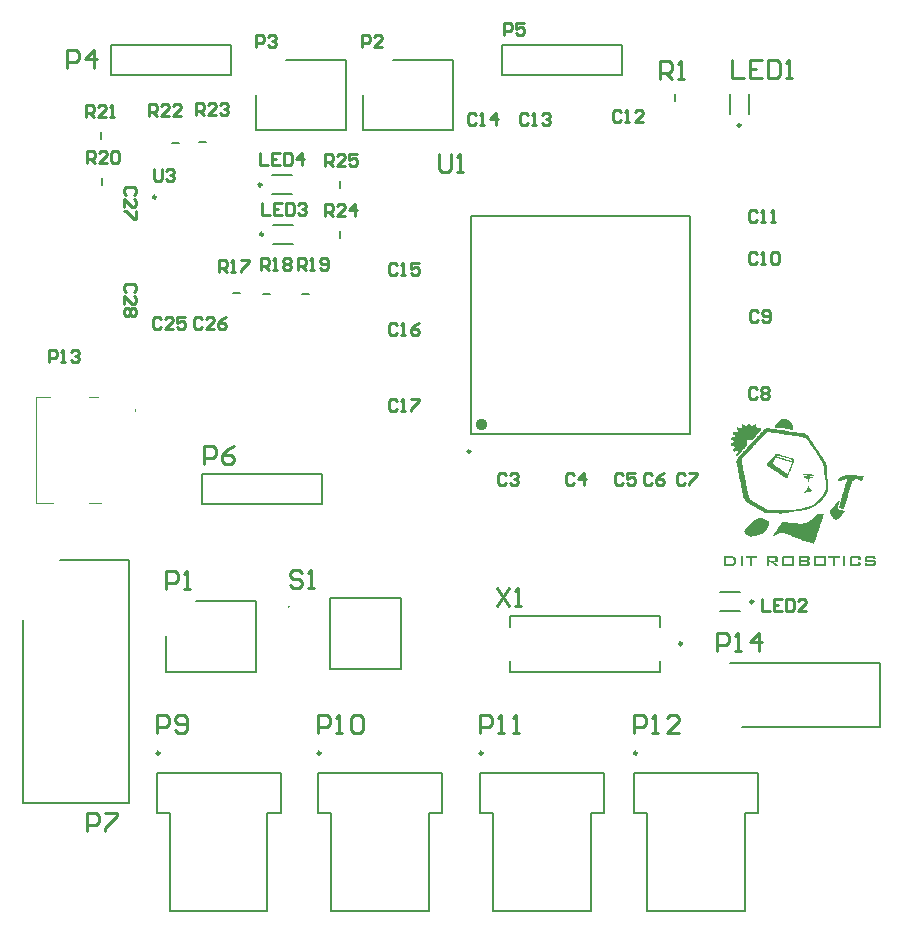
<source format=gto>
G04*
G04 #@! TF.GenerationSoftware,Altium Limited,Altium Designer,22.9.1 (49)*
G04*
G04 Layer_Color=65535*
%FSLAX24Y24*%
%MOIN*%
G70*
G04*
G04 #@! TF.SameCoordinates,54DEFAFE-76A2-4419-BEBC-3D5CD7468304*
G04*
G04*
G04 #@! TF.FilePolarity,Positive*
G04*
G01*
G75*
%ADD10C,0.0079*%
%ADD11C,0.0098*%
%ADD12C,0.0197*%
%ADD13C,0.0039*%
%ADD14C,0.0100*%
G36*
X26542Y16877D02*
X26591D01*
Y16865D01*
X26628D01*
Y16852D01*
X26652D01*
Y16840D01*
X26677D01*
Y16828D01*
X26689D01*
Y16815D01*
X26701D01*
Y16803D01*
X26714D01*
Y16791D01*
X26726D01*
Y16779D01*
X26738D01*
Y16766D01*
X26750D01*
Y16742D01*
X26763D01*
Y16717D01*
X26775D01*
Y16680D01*
X26787D01*
Y16521D01*
X26750D01*
Y16533D01*
X26701D01*
Y16545D01*
X26652D01*
Y16558D01*
X26591D01*
Y16570D01*
X26542D01*
Y16582D01*
X26493D01*
Y16595D01*
X26260D01*
Y16607D01*
X26186D01*
Y16656D01*
X26198D01*
Y16668D01*
X26210D01*
Y16680D01*
X26223D01*
Y16693D01*
X26235D01*
Y16717D01*
X26247D01*
Y16730D01*
X26260D01*
Y16742D01*
X26272D01*
Y16754D01*
Y16766D01*
X26284D01*
Y16779D01*
X26296D01*
Y16791D01*
X26309D01*
Y16803D01*
X26321D01*
Y16815D01*
X26333D01*
Y16828D01*
X26345D01*
Y16840D01*
X26358D01*
Y16852D01*
X26382D01*
Y16865D01*
X26407D01*
Y16877D01*
X26444D01*
Y16889D01*
X26456D01*
Y16877D01*
X26468D01*
Y16889D01*
X26517D01*
Y16877D01*
X26530D01*
Y16889D01*
X26542D01*
Y16877D01*
D02*
G37*
G36*
X25339Y16742D02*
X25364D01*
Y16730D01*
X25376D01*
Y16705D01*
X25388D01*
Y16693D01*
X25400D01*
Y16668D01*
X25413D01*
Y16656D01*
X25425D01*
Y16644D01*
X25437D01*
Y16656D01*
X25450D01*
Y16668D01*
X25474D01*
Y16680D01*
X25486D01*
Y16693D01*
X25499D01*
Y16705D01*
X25523D01*
Y16717D01*
X25535D01*
Y16730D01*
X25560D01*
Y16656D01*
X25572D01*
Y16631D01*
X25585D01*
Y16619D01*
X25609D01*
Y16607D01*
X25720D01*
Y16619D01*
X25744D01*
Y16582D01*
X25732D01*
Y16521D01*
X25720D01*
Y16496D01*
X25707D01*
Y16484D01*
X25695D01*
Y16472D01*
X25683D01*
Y16460D01*
X25670D01*
Y16447D01*
X25658D01*
Y16435D01*
X25646D01*
Y16410D01*
X25634D01*
Y16398D01*
X25621D01*
Y16386D01*
X25609D01*
Y16374D01*
X25597D01*
Y16361D01*
X25585D01*
Y16349D01*
X25572D01*
Y16337D01*
X25560D01*
Y16325D01*
X25548D01*
Y16300D01*
X25535D01*
Y16288D01*
X25523D01*
Y16275D01*
X25511D01*
Y16263D01*
X25499D01*
Y16251D01*
X25486D01*
Y16239D01*
X25474D01*
Y16226D01*
X25462D01*
Y16214D01*
X25450D01*
Y16202D01*
X25315D01*
Y16190D01*
X25290D01*
Y16177D01*
X25278D01*
Y16018D01*
X25265D01*
Y16005D01*
X25253D01*
Y15993D01*
X25241D01*
Y15981D01*
X25229D01*
Y15956D01*
X25216D01*
Y15944D01*
X25204D01*
Y15932D01*
X25192D01*
Y15920D01*
X25180D01*
Y15907D01*
X25167D01*
Y15895D01*
X25155D01*
Y15883D01*
X25143D01*
Y15870D01*
X25130D01*
Y15858D01*
X25118D01*
Y15846D01*
X25106D01*
Y15834D01*
X25094D01*
Y15821D01*
X25081D01*
Y15797D01*
X25069D01*
Y15785D01*
X25057D01*
Y15772D01*
X25045D01*
Y15760D01*
X25032D01*
Y15748D01*
X25020D01*
Y15735D01*
X25008D01*
Y15723D01*
X24995D01*
Y15711D01*
X24983D01*
Y15699D01*
X24971D01*
Y15686D01*
X24959D01*
Y15674D01*
X24946D01*
Y15662D01*
X24934D01*
Y15637D01*
X24922D01*
Y15662D01*
X24910D01*
Y15711D01*
X24922D01*
Y15735D01*
X24934D01*
Y15760D01*
X24946D01*
Y15809D01*
X24934D01*
Y15821D01*
X24885D01*
Y15809D01*
X24848D01*
Y15797D01*
X24824D01*
Y15809D01*
X24799D01*
Y15821D01*
X24787D01*
Y15870D01*
X24799D01*
Y15895D01*
X24811D01*
Y15907D01*
X24824D01*
Y15920D01*
X24836D01*
Y15932D01*
X24848D01*
Y15944D01*
X24860D01*
Y15969D01*
X24824D01*
Y15981D01*
X24787D01*
Y15993D01*
X24762D01*
Y16005D01*
X24738D01*
Y16018D01*
X24713D01*
Y16042D01*
X24725D01*
Y16055D01*
X24738D01*
Y16079D01*
X24762D01*
Y16091D01*
X24775D01*
Y16104D01*
X24799D01*
Y16116D01*
X24811D01*
Y16128D01*
X24824D01*
Y16153D01*
X24811D01*
Y16165D01*
X24787D01*
Y16177D01*
X24775D01*
Y16190D01*
X24750D01*
Y16202D01*
X24738D01*
Y16214D01*
X24725D01*
Y16239D01*
X24713D01*
Y16263D01*
X24738D01*
Y16275D01*
X24750D01*
Y16288D01*
X24824D01*
Y16300D01*
X24848D01*
Y16349D01*
X24836D01*
Y16361D01*
X24824D01*
Y16374D01*
X24811D01*
Y16398D01*
X24799D01*
Y16435D01*
X24787D01*
Y16460D01*
X24836D01*
Y16472D01*
X24873D01*
Y16460D01*
X24934D01*
Y16472D01*
X24946D01*
Y16521D01*
X24934D01*
Y16545D01*
X24922D01*
Y16619D01*
X24959D01*
Y16607D01*
X25020D01*
Y16595D01*
X25045D01*
Y16582D01*
X25057D01*
Y16570D01*
X25069D01*
Y16595D01*
X25081D01*
Y16631D01*
X25094D01*
Y16680D01*
X25106D01*
Y16730D01*
X25130D01*
Y16717D01*
X25143D01*
Y16705D01*
X25167D01*
Y16693D01*
X25180D01*
Y16680D01*
X25204D01*
Y16668D01*
X25229D01*
Y16656D01*
X25253D01*
Y16668D01*
X25265D01*
Y16693D01*
X25278D01*
Y16705D01*
X25290D01*
Y16717D01*
X25302D01*
Y16730D01*
X25315D01*
Y16742D01*
X25327D01*
Y16754D01*
X25339D01*
Y16742D01*
D02*
G37*
G36*
X28825Y15024D02*
X28886D01*
Y15011D01*
X28923D01*
Y14999D01*
X28984D01*
Y14987D01*
X29033D01*
Y14999D01*
X29156D01*
Y14950D01*
X29144D01*
Y14889D01*
X29131D01*
Y14864D01*
X29119D01*
Y14852D01*
X29107D01*
Y14840D01*
X29021D01*
Y14852D01*
X28984D01*
Y14864D01*
X28947D01*
Y14876D01*
X28861D01*
Y14864D01*
X28825D01*
Y14852D01*
X28812D01*
Y14840D01*
X28800D01*
Y14827D01*
X28788D01*
Y14815D01*
X28775D01*
Y14803D01*
X28763D01*
Y14778D01*
X28751D01*
Y14741D01*
X28739D01*
Y14692D01*
X28726D01*
Y14655D01*
X28714D01*
Y14619D01*
X28702D01*
Y14570D01*
X28690D01*
Y14533D01*
X28677D01*
Y14484D01*
X28665D01*
Y14447D01*
X28653D01*
Y14410D01*
X28640D01*
Y14361D01*
X28628D01*
Y14324D01*
X28616D01*
Y14275D01*
X28604D01*
Y14238D01*
X28591D01*
Y14189D01*
X28579D01*
Y14177D01*
Y14152D01*
X28567D01*
Y14115D01*
X28555D01*
Y14066D01*
X28542D01*
Y14030D01*
X28530D01*
Y13980D01*
X28518D01*
Y13944D01*
X28505D01*
Y13907D01*
X28493D01*
Y13895D01*
X28456D01*
Y13907D01*
X28407D01*
Y13919D01*
X28370D01*
Y13931D01*
X28321D01*
Y13968D01*
X28334D01*
Y14005D01*
X28346D01*
Y14054D01*
X28358D01*
Y14091D01*
X28370D01*
Y14128D01*
X28383D01*
Y14177D01*
X28395D01*
Y14214D01*
X28407D01*
Y14263D01*
X28420D01*
Y14300D01*
X28432D01*
Y14349D01*
X28444D01*
Y14385D01*
X28456D01*
Y14422D01*
X28469D01*
Y14471D01*
X28481D01*
Y14508D01*
X28493D01*
Y14557D01*
X28505D01*
Y14594D01*
X28518D01*
Y14631D01*
X28530D01*
Y14680D01*
X28542D01*
Y14717D01*
X28555D01*
Y14754D01*
X28567D01*
Y14803D01*
X28579D01*
Y14840D01*
X28591D01*
Y14889D01*
X28567D01*
Y14876D01*
X28518D01*
Y14864D01*
X28481D01*
Y14852D01*
X28432D01*
Y14840D01*
X28395D01*
Y14827D01*
X28346D01*
Y14815D01*
X28309D01*
Y14803D01*
X28285D01*
Y14864D01*
X28297D01*
Y14889D01*
X28309D01*
Y14901D01*
X28321D01*
Y14913D01*
X28334D01*
Y14925D01*
X28346D01*
Y14938D01*
X28370D01*
Y14950D01*
X28395D01*
Y14962D01*
X28420D01*
Y14975D01*
X28444D01*
Y14987D01*
X28481D01*
Y14999D01*
X28518D01*
Y15011D01*
X28555D01*
Y15024D01*
X28616D01*
Y15036D01*
X28825D01*
Y15024D01*
D02*
G37*
G36*
X26014Y16570D02*
X26088D01*
Y16558D01*
X26186D01*
Y16545D01*
X26272D01*
Y16533D01*
X26345D01*
Y16521D01*
X26444D01*
Y16509D01*
X26517D01*
Y16496D01*
X26603D01*
Y16484D01*
X26677D01*
Y16472D01*
X26775D01*
Y16460D01*
X26861D01*
Y16447D01*
X26935D01*
Y16435D01*
X27033D01*
Y16423D01*
X27119D01*
Y16410D01*
X27192D01*
Y16398D01*
X27229D01*
Y16386D01*
X27241D01*
Y16374D01*
X27266D01*
Y16361D01*
X27278D01*
Y16349D01*
X27290D01*
Y16337D01*
X27303D01*
Y16325D01*
X27315D01*
Y16300D01*
X27327D01*
Y16288D01*
X27340D01*
Y16263D01*
X27352D01*
Y16251D01*
X27364D01*
Y16226D01*
X27376D01*
Y16202D01*
X27389D01*
Y16190D01*
X27401D01*
Y16165D01*
X27413D01*
Y16153D01*
X27425D01*
Y16128D01*
X27438D01*
Y16116D01*
X27450D01*
Y16091D01*
X27462D01*
Y16079D01*
X27475D01*
Y16055D01*
X27487D01*
Y16042D01*
X27499D01*
Y16018D01*
X27511D01*
Y16005D01*
X27524D01*
Y15981D01*
X27536D01*
Y15956D01*
X27548D01*
Y15944D01*
X27560D01*
Y15920D01*
X27573D01*
Y15907D01*
X27585D01*
Y15883D01*
X27597D01*
Y15870D01*
X27610D01*
Y15846D01*
X27622D01*
Y15834D01*
X27634D01*
Y15809D01*
X27646D01*
Y15797D01*
X27659D01*
Y15772D01*
X27671D01*
Y15760D01*
X27683D01*
Y15735D01*
X27695D01*
Y15723D01*
X27708D01*
Y15699D01*
X27720D01*
Y15686D01*
X27732D01*
Y15662D01*
X27745D01*
Y15650D01*
X27757D01*
Y15625D01*
X27769D01*
Y15613D01*
X27781D01*
Y15588D01*
X27794D01*
Y15576D01*
X27806D01*
Y15551D01*
X27818D01*
Y15539D01*
X27830D01*
Y15515D01*
X27843D01*
Y15502D01*
X27855D01*
Y15478D01*
X27867D01*
Y15453D01*
X27880D01*
Y15429D01*
X27892D01*
Y15404D01*
X27904D01*
Y15355D01*
X27916D01*
Y15257D01*
X27929D01*
Y15073D01*
X27941D01*
Y14876D01*
X27953D01*
Y14680D01*
X27965D01*
Y14496D01*
X27953D01*
Y14459D01*
X27941D01*
Y14435D01*
X27929D01*
Y14410D01*
X27916D01*
Y14385D01*
X27904D01*
Y14373D01*
X27892D01*
Y14349D01*
X27880D01*
Y14336D01*
X27867D01*
Y14312D01*
X27855D01*
Y14300D01*
X27843D01*
Y14287D01*
X27830D01*
Y14263D01*
X27818D01*
Y14250D01*
X27806D01*
Y14238D01*
X27794D01*
Y14214D01*
X27781D01*
Y14201D01*
X27769D01*
Y14189D01*
X27757D01*
Y14177D01*
X27745D01*
Y14165D01*
X27732D01*
Y14152D01*
X27720D01*
Y14140D01*
X27708D01*
Y14128D01*
X27695D01*
Y14115D01*
X27683D01*
Y14103D01*
X27671D01*
Y14091D01*
X27659D01*
Y14079D01*
X27634D01*
Y14066D01*
X27622D01*
Y14054D01*
X27610D01*
Y14042D01*
X27585D01*
Y14030D01*
X27573D01*
Y14017D01*
X27560D01*
Y14005D01*
X27536D01*
Y13993D01*
X27511D01*
Y13980D01*
X27499D01*
Y13968D01*
X27475D01*
Y13956D01*
X27450D01*
Y13944D01*
X27425D01*
Y13931D01*
X27401D01*
Y13919D01*
X27376D01*
Y13907D01*
X27340D01*
Y13895D01*
X27303D01*
Y13882D01*
X27266D01*
Y13870D01*
X27229D01*
Y13858D01*
X27180D01*
Y13845D01*
X27106D01*
Y13833D01*
X27020D01*
Y13821D01*
X26922D01*
Y13809D01*
X26824D01*
Y13796D01*
X26750D01*
Y13784D01*
X26677D01*
Y13772D01*
X26591D01*
Y13760D01*
X26505D01*
Y13747D01*
X26431D01*
Y13735D01*
X26345D01*
Y13723D01*
X26333D01*
Y13735D01*
X26321D01*
Y13760D01*
X25879D01*
Y13772D01*
X25830D01*
Y13784D01*
X25793D01*
Y13796D01*
X25781D01*
Y13809D01*
X25756D01*
Y13821D01*
X25732D01*
Y13833D01*
X25720D01*
Y13845D01*
X25695D01*
Y13858D01*
X25670D01*
Y13870D01*
X25646D01*
Y13882D01*
X25634D01*
Y13895D01*
X25609D01*
Y13907D01*
X25597D01*
Y13919D01*
X25572D01*
Y13931D01*
X25548D01*
Y13944D01*
X25535D01*
Y13956D01*
X25511D01*
Y13968D01*
X25486D01*
Y13980D01*
X25474D01*
Y13993D01*
X25450D01*
Y14005D01*
X25425D01*
Y14017D01*
X25413D01*
Y14030D01*
X25388D01*
Y14042D01*
X25376D01*
Y14054D01*
X25351D01*
Y14066D01*
X25339D01*
Y14079D01*
X25315D01*
Y14091D01*
X25302D01*
Y14103D01*
X25278D01*
Y14115D01*
X25265D01*
Y14128D01*
X25241D01*
Y14140D01*
X25229D01*
Y14152D01*
X25216D01*
Y14165D01*
X25204D01*
Y14177D01*
X25192D01*
Y14201D01*
X25180D01*
Y14214D01*
X25167D01*
Y14238D01*
X25155D01*
Y14263D01*
X25143D01*
Y14324D01*
X25130D01*
Y14373D01*
X25118D01*
Y14435D01*
X25106D01*
Y14496D01*
X25094D01*
Y14545D01*
X25081D01*
Y14606D01*
X25069D01*
Y14668D01*
X25057D01*
Y14729D01*
X25045D01*
Y14778D01*
X25032D01*
Y14840D01*
X25020D01*
Y14901D01*
X25008D01*
Y14962D01*
X24995D01*
Y15024D01*
X24983D01*
Y15085D01*
X24971D01*
Y15159D01*
X24959D01*
Y15220D01*
X24946D01*
Y15281D01*
X24934D01*
Y15343D01*
X24922D01*
Y15416D01*
X24910D01*
Y15490D01*
X24922D01*
Y15539D01*
X24934D01*
Y15564D01*
X24946D01*
Y15588D01*
X24959D01*
Y15600D01*
X24971D01*
Y15613D01*
X24983D01*
Y15625D01*
X24995D01*
Y15637D01*
X25008D01*
Y15662D01*
X25020D01*
Y15674D01*
X25032D01*
Y15686D01*
X25045D01*
Y15699D01*
X25057D01*
Y15711D01*
X25069D01*
Y15723D01*
X25081D01*
Y15735D01*
X25094D01*
Y15748D01*
X25106D01*
Y15760D01*
X25118D01*
Y15772D01*
X25130D01*
Y15785D01*
X25143D01*
Y15809D01*
X25155D01*
Y15821D01*
X25167D01*
Y15834D01*
X25180D01*
Y15846D01*
X25192D01*
Y15858D01*
X25204D01*
Y15870D01*
X25216D01*
Y15883D01*
X25229D01*
Y15895D01*
X25241D01*
Y15907D01*
X25253D01*
Y15920D01*
X25265D01*
Y15932D01*
X25278D01*
Y15944D01*
X25290D01*
Y15969D01*
X25302D01*
Y15981D01*
X25315D01*
Y15993D01*
X25327D01*
Y16005D01*
X25339D01*
Y16018D01*
X25351D01*
Y16030D01*
X25364D01*
Y16042D01*
X25376D01*
Y16055D01*
X25388D01*
Y16067D01*
X25400D01*
Y16079D01*
X25413D01*
Y16091D01*
X25425D01*
Y16104D01*
X25437D01*
Y16128D01*
X25450D01*
Y16140D01*
X25462D01*
Y16153D01*
X25474D01*
Y16165D01*
X25486D01*
Y16177D01*
X25499D01*
Y16190D01*
X25511D01*
Y16202D01*
X25523D01*
Y16214D01*
X25535D01*
Y16226D01*
X25548D01*
Y16239D01*
X25560D01*
Y16251D01*
X25572D01*
Y16263D01*
X25585D01*
Y16275D01*
X25597D01*
Y16288D01*
X25609D01*
Y16312D01*
X25621D01*
Y16325D01*
X25634D01*
Y16337D01*
X25646D01*
Y16349D01*
X25658D01*
Y16361D01*
X25670D01*
Y16374D01*
X25683D01*
Y16386D01*
X25695D01*
Y16398D01*
X25707D01*
Y16410D01*
X25720D01*
Y16423D01*
X25732D01*
Y16435D01*
X25744D01*
Y16447D01*
X25756D01*
Y16460D01*
X25769D01*
Y16472D01*
X25781D01*
Y16484D01*
X25793D01*
Y16509D01*
X25805D01*
Y16521D01*
X25818D01*
Y16533D01*
X25830D01*
Y16545D01*
X25842D01*
Y16558D01*
X25867D01*
Y16570D01*
X25891D01*
Y16582D01*
X26014D01*
Y16570D01*
D02*
G37*
G36*
X28334Y14152D02*
X28346D01*
Y14128D01*
X28334D01*
Y14079D01*
X28321D01*
Y14030D01*
X28309D01*
Y13980D01*
X28297D01*
Y13931D01*
X28285D01*
Y13895D01*
X28297D01*
Y13882D01*
X28334D01*
Y13870D01*
X28370D01*
Y13858D01*
X28420D01*
Y13845D01*
X28456D01*
Y13833D01*
X28505D01*
Y13821D01*
X28518D01*
Y13796D01*
X28505D01*
Y13784D01*
X28493D01*
Y13760D01*
X28481D01*
Y13747D01*
X28469D01*
Y13723D01*
X28456D01*
Y13710D01*
X28444D01*
Y13698D01*
X28432D01*
Y13674D01*
X28420D01*
Y13661D01*
X28407D01*
Y13649D01*
X28395D01*
Y13637D01*
X28383D01*
Y13625D01*
X28370D01*
Y13612D01*
X28358D01*
Y13600D01*
X28346D01*
Y13588D01*
X28334D01*
Y13575D01*
X28309D01*
Y13563D01*
X28297D01*
Y13551D01*
X28260D01*
Y13539D01*
X28186D01*
Y13551D01*
X28162D01*
Y13563D01*
X28150D01*
Y13575D01*
X28137D01*
Y13588D01*
X28125D01*
Y13600D01*
X28113D01*
Y13625D01*
X28100D01*
Y13637D01*
X28088D01*
Y13661D01*
X28076D01*
Y13674D01*
X28064D01*
Y13698D01*
X28051D01*
Y13723D01*
X28039D01*
Y13760D01*
X28027D01*
Y13821D01*
X28039D01*
Y13858D01*
X28051D01*
Y13882D01*
X28064D01*
Y13895D01*
X28076D01*
Y13907D01*
X28088D01*
Y13919D01*
X28100D01*
Y13931D01*
X28113D01*
Y13944D01*
X28125D01*
Y13956D01*
X28137D01*
Y13968D01*
X28150D01*
Y13980D01*
X28162D01*
Y13993D01*
X28174D01*
Y14005D01*
X28186D01*
Y14017D01*
X28199D01*
Y14030D01*
X28211D01*
Y14054D01*
X28223D01*
Y14066D01*
X28235D01*
Y14079D01*
X28248D01*
Y14091D01*
X28260D01*
Y14103D01*
X28272D01*
Y14115D01*
X28285D01*
Y14128D01*
X28297D01*
Y14152D01*
X28309D01*
Y14165D01*
X28334D01*
Y14152D01*
D02*
G37*
G36*
X27794Y13710D02*
X27818D01*
Y13686D01*
X27806D01*
Y13649D01*
X27794D01*
Y13612D01*
X27781D01*
Y13575D01*
X27769D01*
Y13539D01*
X27757D01*
Y13502D01*
X27745D01*
Y13465D01*
X27732D01*
Y13416D01*
X27720D01*
Y13391D01*
X27708D01*
Y13342D01*
X27695D01*
Y13305D01*
X27683D01*
Y13269D01*
X27671D01*
Y13232D01*
X27659D01*
Y13207D01*
X27646D01*
Y13158D01*
X27634D01*
Y13121D01*
X27622D01*
Y13085D01*
X27610D01*
Y13048D01*
X27597D01*
Y13011D01*
X27585D01*
Y12974D01*
X27573D01*
Y12937D01*
X27560D01*
Y12900D01*
X27548D01*
Y12864D01*
X27536D01*
Y12827D01*
X27524D01*
Y12790D01*
X27511D01*
Y12753D01*
X27499D01*
Y12741D01*
X27450D01*
Y12753D01*
X27413D01*
Y12765D01*
X27352D01*
Y12778D01*
X27315D01*
Y12790D01*
X27266D01*
Y12802D01*
X27217D01*
Y12815D01*
X27180D01*
Y12827D01*
X27143D01*
Y12839D01*
X27106D01*
Y12851D01*
X27082D01*
Y12864D01*
X27045D01*
Y12876D01*
X27008D01*
Y12888D01*
X26984D01*
Y12900D01*
X26947D01*
Y12913D01*
X26922D01*
Y12925D01*
X26885D01*
Y12937D01*
X26861D01*
Y12950D01*
X26824D01*
Y12962D01*
X26800D01*
Y12974D01*
X26775D01*
Y12986D01*
X26738D01*
Y12999D01*
X26714D01*
Y13011D01*
X26677D01*
Y13023D01*
X26652D01*
Y13035D01*
X26615D01*
Y13048D01*
X26591D01*
Y13060D01*
X26566D01*
Y13072D01*
X26530D01*
Y13085D01*
X26480D01*
Y13097D01*
X26358D01*
Y13085D01*
X26321D01*
Y13072D01*
X26296D01*
Y13060D01*
X26272D01*
Y13048D01*
X26247D01*
Y13035D01*
X26235D01*
Y13023D01*
X26223D01*
Y13011D01*
X26198D01*
Y12999D01*
X26174D01*
Y12986D01*
X26125D01*
Y12974D01*
X26112D01*
Y12999D01*
X26125D01*
Y13011D01*
X26137D01*
Y13023D01*
X26149D01*
Y13048D01*
X26161D01*
Y13060D01*
X26174D01*
Y13085D01*
X26186D01*
Y13097D01*
X26198D01*
Y13121D01*
X26210D01*
Y13134D01*
X26223D01*
Y13158D01*
X26235D01*
Y13170D01*
X26247D01*
Y13195D01*
X26260D01*
Y13207D01*
X26272D01*
Y13232D01*
X26284D01*
Y13244D01*
X26296D01*
Y13269D01*
X26309D01*
Y13281D01*
X26321D01*
Y13305D01*
X26333D01*
Y13318D01*
X26345D01*
Y13342D01*
X26358D01*
Y13355D01*
X26370D01*
Y13367D01*
X26382D01*
Y13391D01*
X26395D01*
Y13404D01*
X26407D01*
Y13428D01*
X26419D01*
Y13440D01*
X26431D01*
Y13453D01*
X26468D01*
Y13465D01*
X26530D01*
Y13453D01*
X26640D01*
Y13440D01*
X26763D01*
Y13428D01*
X26849D01*
Y13416D01*
X26947D01*
Y13404D01*
X27131D01*
Y13416D01*
X27192D01*
Y13428D01*
X27229D01*
Y13440D01*
X27266D01*
Y13453D01*
X27290D01*
Y13465D01*
X27315D01*
Y13477D01*
X27340D01*
Y13490D01*
X27352D01*
Y13502D01*
X27376D01*
Y13514D01*
X27389D01*
Y13526D01*
X27413D01*
Y13539D01*
X27425D01*
Y13551D01*
X27438D01*
Y13563D01*
X27450D01*
Y13575D01*
X27462D01*
Y13588D01*
X27475D01*
Y13600D01*
X27487D01*
Y13612D01*
X27499D01*
Y13625D01*
X27511D01*
Y13637D01*
X27524D01*
Y13649D01*
X27536D01*
Y13661D01*
X27548D01*
Y13674D01*
X27573D01*
Y13686D01*
X27585D01*
Y13698D01*
X27610D01*
Y13710D01*
X27646D01*
Y13723D01*
X27794D01*
Y13710D01*
D02*
G37*
G36*
X25744Y13588D02*
X25781D01*
Y13575D01*
X25805D01*
Y13563D01*
X25830D01*
Y13551D01*
X25867D01*
Y13539D01*
X25891D01*
Y13526D01*
X25916D01*
Y13514D01*
X25940D01*
Y13502D01*
X25965D01*
Y13490D01*
X25977D01*
Y13477D01*
X25990D01*
Y13453D01*
X26002D01*
Y13355D01*
X25990D01*
Y13318D01*
X25977D01*
Y13293D01*
X25965D01*
Y13269D01*
X25953D01*
Y13244D01*
X25940D01*
Y13220D01*
X25928D01*
Y13207D01*
X25916D01*
Y13195D01*
X25904D01*
Y13170D01*
X25891D01*
Y13158D01*
X25879D01*
Y13146D01*
X25867D01*
Y13134D01*
X25855D01*
Y13121D01*
X25830D01*
Y13109D01*
X25818D01*
Y13097D01*
X25805D01*
Y13085D01*
X25781D01*
Y13072D01*
X25756D01*
Y13060D01*
X25732D01*
Y13048D01*
X25707D01*
Y13035D01*
X25670D01*
Y13023D01*
X25634D01*
Y13011D01*
X25585D01*
Y12999D01*
X25511D01*
Y12986D01*
X25413D01*
Y12974D01*
X25364D01*
Y12986D01*
X25327D01*
Y12999D01*
X25290D01*
Y13011D01*
X25265D01*
Y13023D01*
X25241D01*
Y13035D01*
X25216D01*
Y13048D01*
X25204D01*
Y13060D01*
X25192D01*
Y13072D01*
X25180D01*
Y13109D01*
X25167D01*
Y13146D01*
X25180D01*
Y13183D01*
X25192D01*
Y13195D01*
X25204D01*
Y13220D01*
X25216D01*
Y13232D01*
X25229D01*
Y13244D01*
X25241D01*
Y13256D01*
X25253D01*
Y13269D01*
X25265D01*
Y13281D01*
X25278D01*
Y13293D01*
X25290D01*
Y13318D01*
X25302D01*
Y13330D01*
X25315D01*
Y13342D01*
X25327D01*
Y13355D01*
X25339D01*
Y13367D01*
X25364D01*
Y13379D01*
X25376D01*
Y13391D01*
X25388D01*
Y13404D01*
X25400D01*
Y13416D01*
X25413D01*
Y13428D01*
X25425D01*
Y13440D01*
X25437D01*
Y13453D01*
X25462D01*
Y13465D01*
X25474D01*
Y13477D01*
X25486D01*
Y13490D01*
X25499D01*
Y13502D01*
X25511D01*
Y13514D01*
X25523D01*
Y13526D01*
X25548D01*
Y13539D01*
X25560D01*
Y13551D01*
X25572D01*
Y13563D01*
X25597D01*
Y13575D01*
X25621D01*
Y13588D01*
X25646D01*
Y13600D01*
X25744D01*
Y13588D01*
D02*
G37*
G36*
X28518Y12311D02*
X28530D01*
Y12287D01*
Y12275D01*
Y11992D01*
X28456D01*
Y12311D01*
X28469D01*
Y12324D01*
X28481D01*
Y12311D01*
X28505D01*
Y12324D01*
X28518D01*
Y12311D01*
D02*
G37*
G36*
X28358Y12262D02*
X28211D01*
Y11992D01*
X28137D01*
Y12250D01*
X28125D01*
Y12262D01*
X27978D01*
Y12311D01*
X27990D01*
Y12324D01*
X28002D01*
Y12311D01*
X28334D01*
Y12324D01*
X28358D01*
Y12262D01*
D02*
G37*
G36*
X25585Y12311D02*
X25597D01*
Y12262D01*
X25450D01*
Y12250D01*
X25437D01*
Y11992D01*
X25364D01*
Y12262D01*
X25216D01*
Y12324D01*
X25229D01*
Y12311D01*
X25572D01*
Y12324D01*
X25585D01*
Y12311D01*
D02*
G37*
G36*
X25118Y12238D02*
Y12225D01*
Y11992D01*
X25045D01*
Y12311D01*
X25057D01*
Y12324D01*
X25069D01*
Y12311D01*
X25094D01*
Y12324D01*
X25118D01*
Y12238D01*
D02*
G37*
G36*
X29524Y12299D02*
X29536D01*
Y12275D01*
X29549D01*
Y12238D01*
X29524D01*
Y12225D01*
X29475D01*
Y12262D01*
X29266D01*
Y12189D01*
X29512D01*
Y12176D01*
X29536D01*
Y12152D01*
X29549D01*
Y12017D01*
X29536D01*
Y12005D01*
X29524D01*
Y11992D01*
X29205D01*
Y12005D01*
X29193D01*
Y12029D01*
X29180D01*
Y12078D01*
X29230D01*
Y12090D01*
X29254D01*
Y12054D01*
X29487D01*
Y12066D01*
X29475D01*
Y12078D01*
X29487D01*
Y12115D01*
X29475D01*
Y12127D01*
X29230D01*
Y12140D01*
X29205D01*
Y12176D01*
X29193D01*
Y12275D01*
X29205D01*
Y12299D01*
X29217D01*
Y12311D01*
X29524D01*
Y12299D01*
D02*
G37*
G36*
X29021D02*
X29033D01*
Y12287D01*
X29045D01*
Y12201D01*
X28972D01*
Y12262D01*
X28775D01*
Y12250D01*
X28763D01*
Y12054D01*
X28972D01*
Y12115D01*
X29033D01*
Y12103D01*
X29045D01*
Y12017D01*
X29033D01*
Y12005D01*
X29021D01*
Y11992D01*
X28714D01*
Y12005D01*
X28702D01*
Y12017D01*
X28690D01*
Y12287D01*
X28702D01*
Y12299D01*
X28714D01*
Y12311D01*
X29021D01*
Y12299D01*
D02*
G37*
G36*
X27880Y12287D02*
X27892D01*
Y12225D01*
Y12213D01*
Y12017D01*
X27880D01*
Y12005D01*
X27867D01*
Y11992D01*
X27524D01*
Y12005D01*
X27499D01*
Y12041D01*
X27487D01*
Y12262D01*
X27499D01*
Y12299D01*
X27511D01*
Y12311D01*
X27880D01*
Y12287D01*
D02*
G37*
G36*
X27020Y12311D02*
X27327D01*
Y12299D01*
X27340D01*
Y12287D01*
X27352D01*
Y12189D01*
X27340D01*
Y12176D01*
X27327D01*
Y12164D01*
X27315D01*
Y12152D01*
X27327D01*
Y12140D01*
X27340D01*
Y12127D01*
X27352D01*
Y12017D01*
X27340D01*
Y12005D01*
X27315D01*
Y11992D01*
X26996D01*
Y12311D01*
X27008D01*
Y12324D01*
X27020D01*
Y12311D01*
D02*
G37*
G36*
X26812Y12299D02*
X26824D01*
Y12287D01*
X26836D01*
Y12029D01*
X26824D01*
Y12005D01*
X26812D01*
Y11992D01*
X26456D01*
Y12005D01*
X26444D01*
Y12017D01*
X26431D01*
Y12287D01*
X26444D01*
Y12299D01*
X26456D01*
Y12311D01*
X26812D01*
Y12299D01*
D02*
G37*
G36*
X25953Y12311D02*
X26260D01*
Y12299D01*
X26272D01*
Y12287D01*
X26284D01*
Y12140D01*
X26272D01*
Y12127D01*
X26260D01*
Y12115D01*
X26174D01*
Y12103D01*
X26186D01*
Y12090D01*
X26198D01*
Y12078D01*
X26223D01*
Y12066D01*
X26235D01*
Y12054D01*
X26247D01*
Y12041D01*
X26260D01*
Y12029D01*
X26284D01*
Y12017D01*
X26296D01*
Y12005D01*
X26309D01*
Y11992D01*
X26198D01*
Y12005D01*
X26186D01*
Y12017D01*
X26174D01*
Y12029D01*
X26161D01*
Y12041D01*
X26149D01*
Y12054D01*
X26137D01*
Y12066D01*
X26125D01*
Y12078D01*
X26112D01*
Y12090D01*
X26088D01*
Y12103D01*
X26075D01*
Y12115D01*
X26002D01*
Y12041D01*
Y12029D01*
Y11992D01*
X25928D01*
Y12311D01*
X25940D01*
Y12324D01*
X25953D01*
Y12311D01*
D02*
G37*
G36*
X24529D02*
X24799D01*
Y12299D01*
X24824D01*
Y12287D01*
X24848D01*
Y12275D01*
X24860D01*
Y12262D01*
X24873D01*
Y12250D01*
X24885D01*
Y12225D01*
X24897D01*
Y12189D01*
X24910D01*
Y12127D01*
X24897D01*
Y12078D01*
X24885D01*
Y12054D01*
X24873D01*
Y12041D01*
X24860D01*
Y12029D01*
X24848D01*
Y12017D01*
X24824D01*
Y12005D01*
X24799D01*
Y11992D01*
X24505D01*
Y12176D01*
Y12189D01*
Y12311D01*
X24517D01*
Y12324D01*
X24529D01*
Y12311D01*
D02*
G37*
%LPC*%
G36*
X25990Y16460D02*
X25953D01*
Y16447D01*
X25916D01*
Y16435D01*
X25904D01*
Y16423D01*
X25891D01*
Y16410D01*
X25879D01*
Y16398D01*
X25867D01*
Y16386D01*
X25855D01*
Y16374D01*
X25842D01*
Y16361D01*
X25830D01*
Y16349D01*
X25818D01*
Y16337D01*
X25805D01*
Y16325D01*
X25793D01*
Y16312D01*
X25781D01*
Y16300D01*
X25769D01*
Y16288D01*
X25756D01*
Y16263D01*
X25744D01*
Y16251D01*
X25732D01*
Y16239D01*
X25720D01*
Y16226D01*
X25707D01*
Y16214D01*
X25695D01*
Y16202D01*
X25683D01*
Y16190D01*
X25670D01*
Y16177D01*
X25658D01*
Y16165D01*
X25646D01*
Y16153D01*
X25634D01*
Y16140D01*
X25621D01*
Y16128D01*
X25609D01*
Y16104D01*
X25597D01*
Y16091D01*
X25585D01*
Y16079D01*
X25572D01*
Y16067D01*
X25560D01*
Y16055D01*
X25548D01*
Y16042D01*
X25535D01*
Y16030D01*
X25523D01*
Y16018D01*
X25511D01*
Y16005D01*
X25499D01*
Y15993D01*
X25486D01*
Y15981D01*
X25474D01*
Y15969D01*
X25462D01*
Y15944D01*
X25450D01*
Y15932D01*
X25437D01*
Y15920D01*
X25425D01*
Y15907D01*
X25413D01*
Y15895D01*
X25400D01*
Y15883D01*
X25388D01*
Y15870D01*
X25376D01*
Y15858D01*
X25364D01*
Y15846D01*
X25351D01*
Y15834D01*
X25339D01*
Y15821D01*
X25327D01*
Y15797D01*
X25315D01*
Y15785D01*
X25302D01*
Y15772D01*
X25290D01*
Y15760D01*
X25278D01*
Y15748D01*
X25265D01*
Y15735D01*
X25253D01*
Y15723D01*
X25241D01*
Y15711D01*
X25229D01*
Y15699D01*
X25216D01*
Y15686D01*
X25204D01*
Y15674D01*
X25192D01*
Y15662D01*
X25180D01*
Y15650D01*
X25167D01*
Y15637D01*
X25155D01*
Y15625D01*
X25143D01*
Y15613D01*
X25130D01*
Y15588D01*
X25118D01*
Y15576D01*
X25106D01*
Y15551D01*
X25094D01*
Y15490D01*
X25081D01*
Y15478D01*
X25094D01*
Y15404D01*
X25106D01*
Y15343D01*
X25118D01*
Y15281D01*
X25130D01*
Y15220D01*
X25143D01*
Y15171D01*
X25155D01*
Y15097D01*
X25167D01*
Y15036D01*
X25180D01*
Y14975D01*
X25192D01*
Y14913D01*
X25204D01*
Y14852D01*
X25216D01*
Y14790D01*
X25229D01*
Y14741D01*
X25241D01*
Y14668D01*
X25253D01*
Y14606D01*
X25265D01*
Y14557D01*
X25278D01*
Y14496D01*
X25290D01*
Y14422D01*
X25302D01*
Y14373D01*
X25315D01*
Y14312D01*
X25327D01*
Y14263D01*
X25339D01*
Y14250D01*
X25351D01*
Y14226D01*
X25364D01*
Y14214D01*
X25376D01*
Y14201D01*
X25400D01*
Y14189D01*
X25425D01*
Y14177D01*
X25437D01*
Y14165D01*
X25462D01*
Y14152D01*
X25474D01*
Y14140D01*
X25499D01*
Y14128D01*
X25511D01*
Y14115D01*
X25535D01*
Y14103D01*
X25560D01*
Y14091D01*
X25572D01*
Y14079D01*
X25597D01*
Y14066D01*
X25609D01*
Y14054D01*
X25634D01*
Y14042D01*
X25658D01*
Y14030D01*
X25670D01*
Y14017D01*
X25695D01*
Y14005D01*
X25720D01*
Y13993D01*
X25732D01*
Y13980D01*
X25756D01*
Y13968D01*
X25769D01*
Y13956D01*
X25793D01*
Y13944D01*
X25818D01*
Y13931D01*
X25830D01*
Y13919D01*
X25855D01*
Y13907D01*
X25879D01*
Y13895D01*
X25891D01*
Y13882D01*
X25916D01*
Y13870D01*
X25940D01*
Y13858D01*
X26002D01*
Y13845D01*
X26677D01*
Y13858D01*
X26812D01*
Y13870D01*
X26910D01*
Y13882D01*
X26984D01*
Y13895D01*
X27045D01*
Y13907D01*
X27106D01*
Y13919D01*
X27155D01*
Y13931D01*
X27205D01*
Y13944D01*
X27241D01*
Y13956D01*
X27278D01*
Y13968D01*
X27315D01*
Y13980D01*
X27352D01*
Y13993D01*
X27389D01*
Y14005D01*
X27413D01*
Y14017D01*
X27438D01*
Y14030D01*
X27462D01*
Y14042D01*
X27487D01*
Y14054D01*
X27511D01*
Y14066D01*
X27524D01*
Y14079D01*
X27536D01*
Y14091D01*
X27560D01*
Y14103D01*
X27573D01*
Y14115D01*
X27585D01*
Y14128D01*
X27597D01*
Y14140D01*
X27610D01*
Y14152D01*
X27622D01*
Y14165D01*
X27634D01*
Y14177D01*
X27646D01*
Y14189D01*
X27659D01*
Y14201D01*
X27671D01*
Y14214D01*
X27683D01*
Y14226D01*
X27695D01*
Y14238D01*
X27708D01*
Y14263D01*
X27720D01*
Y14275D01*
X27732D01*
Y14287D01*
X27745D01*
Y14300D01*
X27757D01*
Y14324D01*
X27769D01*
Y14336D01*
X27781D01*
Y14349D01*
X27794D01*
Y14373D01*
X27806D01*
Y14398D01*
X27818D01*
Y14410D01*
X27830D01*
Y14435D01*
X27843D01*
Y14459D01*
X27855D01*
Y14496D01*
X27867D01*
Y14533D01*
X27880D01*
Y14582D01*
X27892D01*
Y14803D01*
X27880D01*
Y14852D01*
X27867D01*
Y14889D01*
X27855D01*
Y15036D01*
X27843D01*
Y15208D01*
X27830D01*
Y15281D01*
X27818D01*
Y15330D01*
X27806D01*
Y15380D01*
X27794D01*
Y15404D01*
X27781D01*
Y15441D01*
X27769D01*
Y15453D01*
X27757D01*
Y15478D01*
X27745D01*
Y15502D01*
X27732D01*
Y15515D01*
X27720D01*
Y15539D01*
X27708D01*
Y15551D01*
X27695D01*
Y15576D01*
X27683D01*
Y15600D01*
X27671D01*
Y15613D01*
X27659D01*
Y15637D01*
X27646D01*
Y15650D01*
X27634D01*
Y15674D01*
X27622D01*
Y15686D01*
X27610D01*
Y15711D01*
X27597D01*
Y15723D01*
X27585D01*
Y15748D01*
X27573D01*
Y15772D01*
X27560D01*
Y15785D01*
X27548D01*
Y15809D01*
X27536D01*
Y15821D01*
X27524D01*
Y15846D01*
X27511D01*
Y15858D01*
X27499D01*
Y15883D01*
X27487D01*
Y15895D01*
X27475D01*
Y15920D01*
X27462D01*
Y15932D01*
X27450D01*
Y15956D01*
X27438D01*
Y15969D01*
X27425D01*
Y15993D01*
X27413D01*
Y16005D01*
X27401D01*
Y16030D01*
X27389D01*
Y16042D01*
X27376D01*
Y16055D01*
X27364D01*
Y16079D01*
X27352D01*
Y16091D01*
X27340D01*
Y16116D01*
X27327D01*
Y16128D01*
X27315D01*
Y16153D01*
X27303D01*
Y16165D01*
X27290D01*
Y16177D01*
X27278D01*
Y16202D01*
X27266D01*
Y16214D01*
X27254D01*
Y16226D01*
X27229D01*
Y16239D01*
X27217D01*
Y16251D01*
X27192D01*
Y16263D01*
X27168D01*
Y16275D01*
X27131D01*
Y16288D01*
X27057D01*
Y16300D01*
X26984D01*
Y16312D01*
X26910D01*
Y16325D01*
X26824D01*
Y16337D01*
X26750D01*
Y16349D01*
X26665D01*
Y16361D01*
X26591D01*
Y16374D01*
X26505D01*
Y16386D01*
X26407D01*
Y16398D01*
X26333D01*
Y16410D01*
X26247D01*
Y16423D01*
X26161D01*
Y16435D01*
X26063D01*
Y16447D01*
X25990D01*
Y16460D01*
D02*
G37*
%LPD*%
G36*
X26272Y15723D02*
X26309D01*
Y15711D01*
X26358D01*
Y15699D01*
X26395D01*
Y15686D01*
X26431D01*
Y15674D01*
X26480D01*
Y15662D01*
X26517D01*
Y15650D01*
X26554D01*
Y15637D01*
X26591D01*
Y15625D01*
X26640D01*
Y15613D01*
X26677D01*
Y15600D01*
X26714D01*
Y15588D01*
X26750D01*
Y15576D01*
X26787D01*
Y15564D01*
X26812D01*
Y15539D01*
X26824D01*
Y15465D01*
X26812D01*
Y15429D01*
X26800D01*
Y15404D01*
X26787D01*
Y15367D01*
X26775D01*
Y15330D01*
X26763D01*
Y15306D01*
X26750D01*
Y15269D01*
X26738D01*
Y15232D01*
X26726D01*
Y15208D01*
X26714D01*
Y15171D01*
X26701D01*
Y15134D01*
X26689D01*
Y15110D01*
X26677D01*
Y15073D01*
X26665D01*
Y15036D01*
X26652D01*
Y15011D01*
X26640D01*
Y14975D01*
X26628D01*
Y14950D01*
X26615D01*
Y14938D01*
X26603D01*
Y14925D01*
X26542D01*
Y14938D01*
X26530D01*
Y14950D01*
X26505D01*
Y14962D01*
X26493D01*
Y14975D01*
X26468D01*
Y14987D01*
X26456D01*
Y14999D01*
X26431D01*
Y15011D01*
X26419D01*
Y15024D01*
X26395D01*
Y15036D01*
X26370D01*
Y15048D01*
X26358D01*
Y15060D01*
X26333D01*
Y15073D01*
X26321D01*
Y15085D01*
X26296D01*
Y15097D01*
X26284D01*
Y15110D01*
X26260D01*
Y15122D01*
X26235D01*
Y15134D01*
X26223D01*
Y15146D01*
X26198D01*
Y15159D01*
X26186D01*
Y15171D01*
X26161D01*
Y15183D01*
X26149D01*
Y15195D01*
X26125D01*
Y15208D01*
X26112D01*
Y15220D01*
X26088D01*
Y15232D01*
X26063D01*
Y15245D01*
X26051D01*
Y15257D01*
X26026D01*
Y15269D01*
X26014D01*
Y15281D01*
X25990D01*
Y15294D01*
X25977D01*
Y15306D01*
X25953D01*
Y15318D01*
X25940D01*
Y15343D01*
X25928D01*
Y15380D01*
X25916D01*
Y15392D01*
X25928D01*
Y15404D01*
X25940D01*
Y15416D01*
X25953D01*
Y15429D01*
X25965D01*
Y15441D01*
X25977D01*
Y15465D01*
X25990D01*
Y15478D01*
X26002D01*
Y15490D01*
X26014D01*
Y15502D01*
X26026D01*
Y15515D01*
X26039D01*
Y15527D01*
X26051D01*
Y15539D01*
X26063D01*
Y15551D01*
X26075D01*
Y15564D01*
X26088D01*
Y15576D01*
X26100D01*
Y15588D01*
X26112D01*
Y15613D01*
X26125D01*
Y15625D01*
X26137D01*
Y15637D01*
X26149D01*
Y15650D01*
X26161D01*
Y15662D01*
X26174D01*
Y15674D01*
X26186D01*
Y15686D01*
X26198D01*
Y15699D01*
X26210D01*
Y15711D01*
X26223D01*
Y15723D01*
X26260D01*
Y15735D01*
X26272D01*
Y15723D01*
D02*
G37*
G36*
X27180Y15060D02*
X27290D01*
Y15048D01*
X27413D01*
Y15036D01*
X27499D01*
Y15024D01*
X27511D01*
Y15011D01*
X27499D01*
Y14999D01*
X27438D01*
Y14987D01*
X27364D01*
Y14975D01*
X27376D01*
Y14962D01*
X27413D01*
Y14950D01*
X27450D01*
Y14938D01*
X27425D01*
Y14925D01*
X27401D01*
Y14913D01*
X27364D01*
Y14901D01*
X27340D01*
Y14582D01*
X27364D01*
Y14570D01*
X27376D01*
Y14557D01*
X27389D01*
Y14545D01*
X27401D01*
Y14533D01*
X27425D01*
Y14520D01*
X27438D01*
Y14508D01*
X27450D01*
Y14484D01*
X27389D01*
Y14471D01*
X27340D01*
Y14459D01*
X27290D01*
Y14447D01*
X27241D01*
Y14435D01*
X27180D01*
Y14422D01*
X27143D01*
Y14435D01*
X27155D01*
Y14447D01*
X27168D01*
Y14459D01*
X27180D01*
Y14471D01*
X27192D01*
Y14484D01*
X27205D01*
Y14496D01*
X27217D01*
Y14508D01*
X27229D01*
Y14520D01*
X27241D01*
Y14533D01*
X27254D01*
Y14557D01*
X27266D01*
Y14570D01*
X27278D01*
Y14582D01*
X27290D01*
Y14606D01*
X27303D01*
Y14655D01*
X27315D01*
Y14778D01*
X27303D01*
Y14864D01*
X27290D01*
Y14876D01*
X27266D01*
Y14889D01*
X27241D01*
Y14901D01*
X27217D01*
Y14913D01*
X27205D01*
Y14925D01*
X27180D01*
Y14938D01*
X27155D01*
Y14950D01*
X27131D01*
Y14975D01*
X27168D01*
Y14987D01*
X27217D01*
Y14999D01*
X27266D01*
Y15011D01*
X27229D01*
Y15024D01*
X27143D01*
Y15036D01*
X27131D01*
Y15073D01*
X27180D01*
Y15060D01*
D02*
G37*
%LPC*%
G36*
X26272Y15686D02*
X26247D01*
Y15637D01*
X26284D01*
Y15625D01*
X26321D01*
Y15613D01*
X26358D01*
Y15600D01*
X26407D01*
Y15588D01*
X26444D01*
Y15576D01*
X26493D01*
Y15564D01*
X26530D01*
Y15551D01*
X26566D01*
Y15539D01*
X26615D01*
Y15527D01*
X26652D01*
Y15515D01*
X26701D01*
Y15502D01*
X26738D01*
Y15490D01*
X26775D01*
Y15515D01*
X26787D01*
Y15527D01*
X26775D01*
Y15539D01*
X26726D01*
Y15551D01*
X26689D01*
Y15564D01*
X26652D01*
Y15576D01*
X26603D01*
Y15588D01*
X26566D01*
Y15600D01*
X26517D01*
Y15613D01*
X26480D01*
Y15625D01*
X26444D01*
Y15637D01*
X26395D01*
Y15650D01*
X26358D01*
Y15662D01*
X26321D01*
Y15674D01*
X26272D01*
Y15686D01*
D02*
G37*
G36*
X26247Y15600D02*
X26210D01*
Y15588D01*
X26198D01*
Y15564D01*
X26186D01*
Y15527D01*
X26174D01*
Y15502D01*
X26161D01*
Y15478D01*
X26149D01*
Y15453D01*
X26137D01*
Y15429D01*
X26125D01*
Y15404D01*
X26112D01*
Y15392D01*
X26125D01*
Y15380D01*
X26149D01*
Y15367D01*
X26161D01*
Y15355D01*
X26186D01*
Y15343D01*
X26198D01*
Y15330D01*
X26223D01*
Y15318D01*
X26235D01*
Y15306D01*
X26247D01*
Y15294D01*
X26272D01*
Y15281D01*
X26284D01*
Y15269D01*
X26309D01*
Y15257D01*
X26321D01*
Y15245D01*
X26345D01*
Y15232D01*
X26358D01*
Y15220D01*
X26382D01*
Y15208D01*
X26395D01*
Y15195D01*
X26419D01*
Y15183D01*
X26431D01*
Y15171D01*
X26456D01*
Y15159D01*
X26468D01*
Y15146D01*
X26493D01*
Y15134D01*
X26505D01*
Y15122D01*
X26530D01*
Y15110D01*
X26542D01*
Y15097D01*
X26566D01*
Y15085D01*
X26579D01*
Y15073D01*
X26603D01*
Y15060D01*
X26615D01*
Y15073D01*
X26628D01*
Y15097D01*
X26640D01*
Y15134D01*
X26652D01*
Y15159D01*
X26665D01*
Y15195D01*
X26677D01*
Y15232D01*
X26689D01*
Y15269D01*
X26701D01*
Y15294D01*
X26714D01*
Y15330D01*
X26726D01*
Y15367D01*
X26738D01*
Y15392D01*
X26750D01*
Y15429D01*
X26763D01*
Y15441D01*
X26750D01*
Y15453D01*
X26701D01*
Y15465D01*
X26665D01*
Y15478D01*
X26628D01*
Y15490D01*
X26579D01*
Y15502D01*
X26542D01*
Y15515D01*
X26493D01*
Y15527D01*
X26456D01*
Y15539D01*
X26419D01*
Y15551D01*
X26370D01*
Y15564D01*
X26333D01*
Y15576D01*
X26296D01*
Y15588D01*
X26247D01*
Y15600D01*
D02*
G37*
G36*
X27818Y12262D02*
X27573D01*
Y12054D01*
X27818D01*
Y12262D01*
D02*
G37*
G36*
X27278D02*
X27070D01*
Y12201D01*
Y12189D01*
X27278D01*
Y12262D01*
D02*
G37*
G36*
Y12127D02*
X27070D01*
Y12054D01*
X27278D01*
Y12127D01*
D02*
G37*
G36*
X26750Y12262D02*
X26517D01*
Y12250D01*
X26505D01*
Y12054D01*
X26763D01*
Y12225D01*
Y12238D01*
Y12250D01*
X26750D01*
Y12262D01*
D02*
G37*
G36*
X26198D02*
X26002D01*
Y12176D01*
X26014D01*
Y12164D01*
X26198D01*
Y12176D01*
X26210D01*
Y12201D01*
Y12213D01*
Y12250D01*
X26198D01*
Y12262D01*
D02*
G37*
G36*
X24738D02*
X24590D01*
Y12250D01*
X24578D01*
Y12054D01*
X24762D01*
Y12066D01*
X24787D01*
Y12078D01*
X24799D01*
Y12090D01*
X24811D01*
Y12103D01*
X24824D01*
Y12164D01*
Y12176D01*
Y12201D01*
X24811D01*
Y12225D01*
X24799D01*
Y12238D01*
X24787D01*
Y12250D01*
X24738D01*
Y12262D01*
D02*
G37*
%LPD*%
D10*
X4876Y17201D02*
G03*
X4876Y17161I0J-20D01*
G01*
D02*
G03*
X4876Y17201I0J20D01*
G01*
D02*
G03*
X4876Y17161I0J-20D01*
G01*
X9996Y10636D02*
G03*
X9996Y10636I-20J0D01*
G01*
X2350Y12206D02*
X4661D01*
Y4096D02*
Y12206D01*
X1118Y4096D02*
X4661D01*
X1118D02*
Y10200D01*
X4050Y28350D02*
Y29350D01*
X8050D01*
X4050Y28350D02*
X8050D01*
Y29350D01*
X24365Y10485D02*
X25035D01*
X24365Y11115D02*
X25035D01*
X16075Y16376D02*
Y23659D01*
X23359D01*
Y16376D02*
Y23659D01*
X16075Y16376D02*
X23359D01*
X25082Y6632D02*
X29708D01*
Y8750D01*
X24700D02*
X29708D01*
X9276Y507D02*
Y3765D01*
X6024Y507D02*
Y3765D01*
X9276D02*
X9717D01*
X5583D02*
X6024D01*
Y507D02*
X9276D01*
X5583Y3765D02*
Y5093D01*
X9717D01*
Y3765D02*
Y5093D01*
X6900Y10825D02*
X8900D01*
Y8475D02*
Y10825D01*
X5900Y8475D02*
X8900D01*
X5900D02*
Y9650D01*
X21100Y28350D02*
Y29350D01*
X17100Y28350D02*
X21100D01*
X17100Y29350D02*
X21100D01*
X17100Y28350D02*
Y29350D01*
X20487Y3765D02*
Y5093D01*
X16353D02*
X20487D01*
X16353Y3765D02*
Y5093D01*
X16794Y507D02*
X20046D01*
X16353Y3765D02*
X16794D01*
X20046D02*
X20487D01*
X16794Y507D02*
Y3765D01*
X20046Y507D02*
Y3765D01*
X15087D02*
Y5093D01*
X10953D02*
X15087D01*
X10953Y3765D02*
Y5093D01*
X11394Y507D02*
X14646D01*
X10953Y3765D02*
X11394D01*
X14646D02*
X15087D01*
X11394Y507D02*
Y3765D01*
X14646Y507D02*
Y3765D01*
X12450Y26525D02*
Y27700D01*
Y26525D02*
X15450D01*
Y28875D01*
X13450D02*
X15450D01*
X8900Y26525D02*
Y27700D01*
Y26525D02*
X11900D01*
Y28875D01*
X9900D02*
X11900D01*
X11100Y14050D02*
Y15050D01*
X7100Y14050D02*
X11100D01*
X7100Y15050D02*
X11100D01*
X7100Y14050D02*
Y15050D01*
X25637Y3765D02*
Y5093D01*
X21503D02*
X25637D01*
X21503Y3765D02*
Y5093D01*
X21944Y507D02*
X25196D01*
X21503Y3765D02*
X21944D01*
X25196D02*
X25637D01*
X21944Y507D02*
Y3765D01*
X25196Y507D02*
Y3765D01*
X11369Y8569D02*
Y10931D01*
X13731D01*
Y8569D02*
Y10931D01*
X11369Y8569D02*
X13731D01*
X22350Y8475D02*
Y8829D01*
Y9971D02*
Y10325D01*
X17350Y9971D02*
Y10325D01*
Y8475D02*
Y8829D01*
Y10325D02*
X22350D01*
X17350Y8475D02*
X22350D01*
X10432Y21050D02*
X10668D01*
X8132Y21100D02*
X8368D01*
X9132Y21050D02*
X9368D01*
X6082Y26100D02*
X6318D01*
X3735Y26232D02*
Y26468D01*
X3750Y24682D02*
Y24918D01*
X6982Y26115D02*
X7218D01*
X9415Y24385D02*
X10085D01*
X9415Y25015D02*
X10085D01*
X9465Y22735D02*
X10135D01*
X9465Y23365D02*
X10135D01*
X11700Y24582D02*
Y24818D01*
Y22932D02*
Y23168D01*
X22850Y27482D02*
Y27718D01*
X25315Y27065D02*
Y27735D01*
X24685Y27065D02*
Y27735D01*
D11*
X25468Y10800D02*
G03*
X25468Y10800I-49J0D01*
G01*
X16042Y15815D02*
G03*
X16042Y15815I-49J0D01*
G01*
X5676Y5753D02*
G03*
X5676Y5753I-49J0D01*
G01*
X16446D02*
G03*
X16446Y5753I-49J0D01*
G01*
X11046D02*
G03*
X11046Y5753I-49J0D01*
G01*
X5564Y24287D02*
G03*
X5564Y24287I-49J0D01*
G01*
X21596Y5753D02*
G03*
X21596Y5753I-49J0D01*
G01*
X23088Y9400D02*
G03*
X23088Y9400I-49J0D01*
G01*
X9081Y24700D02*
G03*
X9081Y24700I-49J0D01*
G01*
X9131Y23050D02*
G03*
X9131Y23050I-49J0D01*
G01*
X25049Y26681D02*
G03*
X25049Y26681I-49J0D01*
G01*
D12*
X16508Y16711D02*
G03*
X16508Y16711I-98J0D01*
G01*
D13*
X3616Y17622D02*
Y17634D01*
X3320D02*
X3616D01*
X3320Y17622D02*
Y17634D01*
Y17622D02*
X3616D01*
X1578D02*
X2041D01*
X1578D02*
X2041D01*
X1578Y14102D02*
Y17622D01*
Y14102D02*
Y17622D01*
Y14102D02*
X2139D01*
X1578D02*
X2139D01*
X3320D02*
X3714D01*
X3320D02*
X3714D01*
D14*
X3250Y3150D02*
Y3750D01*
X3550D01*
X3650Y3650D01*
Y3450D01*
X3550Y3350D01*
X3250D01*
X3850Y3750D02*
X4250D01*
Y3650D01*
X3850Y3250D01*
Y3150D01*
X2010Y18800D02*
Y19200D01*
X2210D01*
X2277Y19133D01*
Y19000D01*
X2210Y18933D01*
X2010D01*
X2410Y18800D02*
X2543D01*
X2477D01*
Y19200D01*
X2410Y19133D01*
X2743D02*
X2810Y19200D01*
X2943D01*
X3010Y19133D01*
Y19067D01*
X2943Y19000D01*
X2877D01*
X2943D01*
X3010Y18933D01*
Y18867D01*
X2943Y18800D01*
X2810D01*
X2743Y18867D01*
X24270Y9160D02*
Y9760D01*
X24570D01*
X24670Y9660D01*
Y9460D01*
X24570Y9360D01*
X24270D01*
X24870Y9160D02*
X25070D01*
X24970D01*
Y9760D01*
X24870Y9660D01*
X25670Y9160D02*
Y9760D01*
X25370Y9460D01*
X25770D01*
X16930Y11270D02*
X17330Y10670D01*
Y11270D02*
X16930Y10670D01*
X17530D02*
X17730D01*
X17630D01*
Y11270D01*
X17530Y11170D01*
X5510Y25240D02*
Y24907D01*
X5577Y24840D01*
X5710D01*
X5777Y24907D01*
Y25240D01*
X5910Y25173D02*
X5977Y25240D01*
X6110D01*
X6176Y25173D01*
Y25107D01*
X6110Y25040D01*
X6043D01*
X6110D01*
X6176Y24973D01*
Y24907D01*
X6110Y24840D01*
X5977D01*
X5910Y24907D01*
X14990Y25740D02*
Y25240D01*
X15090Y25140D01*
X15290D01*
X15390Y25240D01*
Y25740D01*
X15590Y25140D02*
X15790D01*
X15690D01*
Y25740D01*
X15590Y25640D01*
X10420Y11770D02*
X10320Y11870D01*
X10120D01*
X10020Y11770D01*
Y11670D01*
X10120Y11570D01*
X10320D01*
X10420Y11470D01*
Y11370D01*
X10320Y11270D01*
X10120D01*
X10020Y11370D01*
X10620Y11270D02*
X10820D01*
X10720D01*
Y11870D01*
X10620Y11770D01*
X11200Y25310D02*
Y25710D01*
X11400D01*
X11467Y25643D01*
Y25510D01*
X11400Y25443D01*
X11200D01*
X11333D02*
X11467Y25310D01*
X11866D02*
X11600D01*
X11866Y25577D01*
Y25643D01*
X11800Y25710D01*
X11667D01*
X11600Y25643D01*
X12266Y25710D02*
X12000D01*
Y25510D01*
X12133Y25577D01*
X12200D01*
X12266Y25510D01*
Y25377D01*
X12200Y25310D01*
X12066D01*
X12000Y25377D01*
X11200Y23660D02*
Y24060D01*
X11400D01*
X11467Y23993D01*
Y23860D01*
X11400Y23793D01*
X11200D01*
X11333D02*
X11467Y23660D01*
X11866D02*
X11600D01*
X11866Y23927D01*
Y23993D01*
X11800Y24060D01*
X11667D01*
X11600Y23993D01*
X12200Y23660D02*
Y24060D01*
X12000Y23860D01*
X12266D01*
X6890Y27020D02*
Y27420D01*
X7090D01*
X7157Y27353D01*
Y27220D01*
X7090Y27153D01*
X6890D01*
X7023D02*
X7157Y27020D01*
X7556D02*
X7290D01*
X7556Y27287D01*
Y27353D01*
X7490Y27420D01*
X7357D01*
X7290Y27353D01*
X7690D02*
X7756Y27420D01*
X7890D01*
X7956Y27353D01*
Y27287D01*
X7890Y27220D01*
X7823D01*
X7890D01*
X7956Y27153D01*
Y27087D01*
X7890Y27020D01*
X7756D01*
X7690Y27087D01*
X5317Y27000D02*
Y27400D01*
X5517D01*
X5583Y27333D01*
Y27200D01*
X5517Y27133D01*
X5317D01*
X5450D02*
X5583Y27000D01*
X5983D02*
X5717D01*
X5983Y27267D01*
Y27333D01*
X5917Y27400D01*
X5783D01*
X5717Y27333D01*
X6383Y27000D02*
X6117D01*
X6383Y27267D01*
Y27333D01*
X6317Y27400D01*
X6183D01*
X6117Y27333D01*
X3230Y26960D02*
Y27360D01*
X3430D01*
X3497Y27293D01*
Y27160D01*
X3430Y27093D01*
X3230D01*
X3363D02*
X3497Y26960D01*
X3896D02*
X3630D01*
X3896Y27227D01*
Y27293D01*
X3830Y27360D01*
X3697D01*
X3630Y27293D01*
X4030Y26960D02*
X4163D01*
X4096D01*
Y27360D01*
X4030Y27293D01*
X3250Y25410D02*
Y25810D01*
X3450D01*
X3517Y25743D01*
Y25610D01*
X3450Y25543D01*
X3250D01*
X3383D02*
X3517Y25410D01*
X3916D02*
X3650D01*
X3916Y25677D01*
Y25743D01*
X3850Y25810D01*
X3717D01*
X3650Y25743D01*
X4050D02*
X4116Y25810D01*
X4250D01*
X4316Y25743D01*
Y25477D01*
X4250Y25410D01*
X4116D01*
X4050Y25477D01*
Y25743D01*
X10300Y21850D02*
Y22250D01*
X10500D01*
X10567Y22183D01*
Y22050D01*
X10500Y21983D01*
X10300D01*
X10433D02*
X10567Y21850D01*
X10700D02*
X10833D01*
X10767D01*
Y22250D01*
X10700Y22183D01*
X11033Y21917D02*
X11100Y21850D01*
X11233D01*
X11300Y21917D01*
Y22183D01*
X11233Y22250D01*
X11100D01*
X11033Y22183D01*
Y22117D01*
X11100Y22050D01*
X11300D01*
X9050Y21850D02*
Y22250D01*
X9250D01*
X9317Y22183D01*
Y22050D01*
X9250Y21983D01*
X9050D01*
X9183D02*
X9317Y21850D01*
X9450D02*
X9583D01*
X9517D01*
Y22250D01*
X9450Y22183D01*
X9783D02*
X9850Y22250D01*
X9983D01*
X10050Y22183D01*
Y22117D01*
X9983Y22050D01*
X10050Y21983D01*
Y21917D01*
X9983Y21850D01*
X9850D01*
X9783Y21917D01*
Y21983D01*
X9850Y22050D01*
X9783Y22117D01*
Y22183D01*
X9850Y22050D02*
X9983D01*
X7650Y21800D02*
Y22200D01*
X7850D01*
X7917Y22133D01*
Y22000D01*
X7850Y21933D01*
X7650D01*
X7783D02*
X7917Y21800D01*
X8050D02*
X8183D01*
X8117D01*
Y22200D01*
X8050Y22133D01*
X8383Y22200D02*
X8650D01*
Y22133D01*
X8383Y21867D01*
Y21800D01*
X22350Y28210D02*
Y28810D01*
X22650D01*
X22750Y28710D01*
Y28510D01*
X22650Y28410D01*
X22350D01*
X22550D02*
X22750Y28210D01*
X22950D02*
X23150D01*
X23050D01*
Y28810D01*
X22950Y28710D01*
X21510Y6420D02*
Y7020D01*
X21810D01*
X21910Y6920D01*
Y6720D01*
X21810Y6620D01*
X21510D01*
X22110Y6420D02*
X22310D01*
X22210D01*
Y7020D01*
X22110Y6920D01*
X23010Y6420D02*
X22610D01*
X23010Y6820D01*
Y6920D01*
X22910Y7020D01*
X22710D01*
X22610Y6920D01*
X16360Y6420D02*
Y7020D01*
X16660D01*
X16760Y6920D01*
Y6720D01*
X16660Y6620D01*
X16360D01*
X16960Y6420D02*
X17160D01*
X17060D01*
Y7020D01*
X16960Y6920D01*
X17460Y6420D02*
X17660D01*
X17560D01*
Y7020D01*
X17460Y6920D01*
X10960Y6430D02*
Y7030D01*
X11260D01*
X11360Y6930D01*
Y6730D01*
X11260Y6630D01*
X10960D01*
X11560Y6430D02*
X11760D01*
X11660D01*
Y7030D01*
X11560Y6930D01*
X12060D02*
X12160Y7030D01*
X12360D01*
X12460Y6930D01*
Y6530D01*
X12360Y6430D01*
X12160D01*
X12060Y6530D01*
Y6930D01*
X5590Y6420D02*
Y7020D01*
X5890D01*
X5990Y6920D01*
Y6720D01*
X5890Y6620D01*
X5590D01*
X6190Y6520D02*
X6290Y6420D01*
X6490D01*
X6590Y6520D01*
Y6920D01*
X6490Y7020D01*
X6290D01*
X6190Y6920D01*
Y6820D01*
X6290Y6720D01*
X6590D01*
X7160Y15390D02*
Y15990D01*
X7460D01*
X7560Y15890D01*
Y15690D01*
X7460Y15590D01*
X7160D01*
X8160Y15990D02*
X7960Y15890D01*
X7760Y15690D01*
Y15490D01*
X7860Y15390D01*
X8060D01*
X8160Y15490D01*
Y15590D01*
X8060Y15690D01*
X7760D01*
X17160Y29690D02*
Y30090D01*
X17360D01*
X17427Y30023D01*
Y29890D01*
X17360Y29823D01*
X17160D01*
X17826Y30090D02*
X17560D01*
Y29890D01*
X17693Y29957D01*
X17760D01*
X17826Y29890D01*
Y29757D01*
X17760Y29690D01*
X17627D01*
X17560Y29757D01*
X2600Y28600D02*
Y29200D01*
X2900D01*
X3000Y29100D01*
Y28900D01*
X2900Y28800D01*
X2600D01*
X3500Y28600D02*
Y29200D01*
X3200Y28900D01*
X3600D01*
X8890Y29280D02*
Y29680D01*
X9090D01*
X9157Y29613D01*
Y29480D01*
X9090Y29413D01*
X8890D01*
X9290Y29613D02*
X9357Y29680D01*
X9490D01*
X9556Y29613D01*
Y29547D01*
X9490Y29480D01*
X9423D01*
X9490D01*
X9556Y29413D01*
Y29347D01*
X9490Y29280D01*
X9357D01*
X9290Y29347D01*
X12440Y29280D02*
Y29680D01*
X12640D01*
X12707Y29613D01*
Y29480D01*
X12640Y29413D01*
X12440D01*
X13106Y29280D02*
X12840D01*
X13106Y29547D01*
Y29613D01*
X13040Y29680D01*
X12907D01*
X12840Y29613D01*
X5890Y11230D02*
Y11830D01*
X6190D01*
X6290Y11730D01*
Y11530D01*
X6190Y11430D01*
X5890D01*
X6490Y11230D02*
X6690D01*
X6590D01*
Y11830D01*
X6490Y11730D01*
X9030Y25750D02*
Y25350D01*
X9297D01*
X9696Y25750D02*
X9430D01*
Y25350D01*
X9696D01*
X9430Y25550D02*
X9563D01*
X9830Y25750D02*
Y25350D01*
X10030D01*
X10096Y25417D01*
Y25683D01*
X10030Y25750D01*
X9830D01*
X10430Y25350D02*
Y25750D01*
X10230Y25550D01*
X10496D01*
X9080Y24100D02*
Y23700D01*
X9347D01*
X9746Y24100D02*
X9480D01*
Y23700D01*
X9746D01*
X9480Y23900D02*
X9613D01*
X9880Y24100D02*
Y23700D01*
X10080D01*
X10146Y23767D01*
Y24033D01*
X10080Y24100D01*
X9880D01*
X10280Y24033D02*
X10346Y24100D01*
X10480D01*
X10546Y24033D01*
Y23967D01*
X10480Y23900D01*
X10413D01*
X10480D01*
X10546Y23833D01*
Y23767D01*
X10480Y23700D01*
X10346D01*
X10280Y23767D01*
X25767Y10900D02*
Y10500D01*
X26033D01*
X26433Y10900D02*
X26167D01*
Y10500D01*
X26433D01*
X26167Y10700D02*
X26300D01*
X26567Y10900D02*
Y10500D01*
X26767D01*
X26833Y10567D01*
Y10833D01*
X26767Y10900D01*
X26567D01*
X27233Y10500D02*
X26967D01*
X27233Y10767D01*
Y10833D01*
X27166Y10900D01*
X27033D01*
X26967Y10833D01*
X24750Y28850D02*
Y28250D01*
X25150D01*
X25750Y28850D02*
X25350D01*
Y28250D01*
X25750D01*
X25350Y28550D02*
X25550D01*
X25950Y28850D02*
Y28250D01*
X26250D01*
X26349Y28350D01*
Y28750D01*
X26250Y28850D01*
X25950D01*
X26549Y28250D02*
X26749D01*
X26649D01*
Y28850D01*
X26549Y28750D01*
X4833Y21117D02*
X4900Y21183D01*
Y21317D01*
X4833Y21383D01*
X4567D01*
X4500Y21317D01*
Y21183D01*
X4567Y21117D01*
X4500Y20717D02*
Y20983D01*
X4767Y20717D01*
X4833D01*
X4900Y20783D01*
Y20917D01*
X4833Y20983D01*
Y20583D02*
X4900Y20517D01*
Y20383D01*
X4833Y20317D01*
X4767D01*
X4700Y20383D01*
X4633Y20317D01*
X4567D01*
X4500Y20383D01*
Y20517D01*
X4567Y20583D01*
X4633D01*
X4700Y20517D01*
X4767Y20583D01*
X4833D01*
X4700Y20517D02*
Y20383D01*
X4833Y24367D02*
X4900Y24433D01*
Y24567D01*
X4833Y24633D01*
X4567D01*
X4500Y24567D01*
Y24433D01*
X4567Y24367D01*
X4500Y23967D02*
Y24233D01*
X4767Y23967D01*
X4833D01*
X4900Y24033D01*
Y24167D01*
X4833Y24233D01*
X4900Y23833D02*
Y23567D01*
X4833D01*
X4567Y23833D01*
X4500D01*
X7083Y20233D02*
X7017Y20300D01*
X6883D01*
X6817Y20233D01*
Y19967D01*
X6883Y19900D01*
X7017D01*
X7083Y19967D01*
X7483Y19900D02*
X7217D01*
X7483Y20167D01*
Y20233D01*
X7417Y20300D01*
X7283D01*
X7217Y20233D01*
X7883Y20300D02*
X7750Y20233D01*
X7617Y20100D01*
Y19967D01*
X7683Y19900D01*
X7817D01*
X7883Y19967D01*
Y20033D01*
X7817Y20100D01*
X7617D01*
X5733Y20233D02*
X5667Y20300D01*
X5533D01*
X5467Y20233D01*
Y19967D01*
X5533Y19900D01*
X5667D01*
X5733Y19967D01*
X6133Y19900D02*
X5867D01*
X6133Y20167D01*
Y20233D01*
X6067Y20300D01*
X5933D01*
X5867Y20233D01*
X6533Y20300D02*
X6267D01*
Y20100D01*
X6400Y20167D01*
X6467D01*
X6533Y20100D01*
Y19967D01*
X6467Y19900D01*
X6333D01*
X6267Y19967D01*
X13587Y17483D02*
X13520Y17550D01*
X13387D01*
X13320Y17483D01*
Y17217D01*
X13387Y17150D01*
X13520D01*
X13587Y17217D01*
X13720Y17150D02*
X13853D01*
X13787D01*
Y17550D01*
X13720Y17483D01*
X14053Y17550D02*
X14320D01*
Y17483D01*
X14053Y17217D01*
Y17150D01*
X13587Y20033D02*
X13520Y20100D01*
X13387D01*
X13320Y20033D01*
Y19767D01*
X13387Y19700D01*
X13520D01*
X13587Y19767D01*
X13720Y19700D02*
X13853D01*
X13787D01*
Y20100D01*
X13720Y20033D01*
X14320Y20100D02*
X14186Y20033D01*
X14053Y19900D01*
Y19767D01*
X14120Y19700D01*
X14253D01*
X14320Y19767D01*
Y19833D01*
X14253Y19900D01*
X14053D01*
X13587Y22033D02*
X13520Y22100D01*
X13387D01*
X13320Y22033D01*
Y21767D01*
X13387Y21700D01*
X13520D01*
X13587Y21767D01*
X13720Y21700D02*
X13853D01*
X13787D01*
Y22100D01*
X13720Y22033D01*
X14320Y22100D02*
X14053D01*
Y21900D01*
X14186Y21967D01*
X14253D01*
X14320Y21900D01*
Y21767D01*
X14253Y21700D01*
X14120D01*
X14053Y21767D01*
X16217Y27033D02*
X16150Y27100D01*
X16017D01*
X15950Y27033D01*
Y26767D01*
X16017Y26700D01*
X16150D01*
X16217Y26767D01*
X16350Y26700D02*
X16483D01*
X16417D01*
Y27100D01*
X16350Y27033D01*
X16883Y26700D02*
Y27100D01*
X16683Y26900D01*
X16950D01*
X17967Y27033D02*
X17900Y27100D01*
X17767D01*
X17700Y27033D01*
Y26767D01*
X17767Y26700D01*
X17900D01*
X17967Y26767D01*
X18100Y26700D02*
X18233D01*
X18167D01*
Y27100D01*
X18100Y27033D01*
X18433D02*
X18500Y27100D01*
X18633D01*
X18700Y27033D01*
Y26967D01*
X18633Y26900D01*
X18567D01*
X18633D01*
X18700Y26833D01*
Y26767D01*
X18633Y26700D01*
X18500D01*
X18433Y26767D01*
X21067Y27113D02*
X21000Y27180D01*
X20867D01*
X20800Y27113D01*
Y26847D01*
X20867Y26780D01*
X21000D01*
X21067Y26847D01*
X21200Y26780D02*
X21333D01*
X21267D01*
Y27180D01*
X21200Y27113D01*
X21800Y26780D02*
X21533D01*
X21800Y27047D01*
Y27113D01*
X21733Y27180D01*
X21600D01*
X21533Y27113D01*
X25587Y23783D02*
X25520Y23850D01*
X25387D01*
X25320Y23783D01*
Y23517D01*
X25387Y23450D01*
X25520D01*
X25587Y23517D01*
X25720Y23450D02*
X25853D01*
X25787D01*
Y23850D01*
X25720Y23783D01*
X26053Y23450D02*
X26186D01*
X26120D01*
Y23850D01*
X26053Y23783D01*
X25587Y22383D02*
X25520Y22450D01*
X25387D01*
X25320Y22383D01*
Y22117D01*
X25387Y22050D01*
X25520D01*
X25587Y22117D01*
X25720Y22050D02*
X25853D01*
X25787D01*
Y22450D01*
X25720Y22383D01*
X26053D02*
X26120Y22450D01*
X26253D01*
X26320Y22383D01*
Y22117D01*
X26253Y22050D01*
X26120D01*
X26053Y22117D01*
Y22383D01*
X25617Y20453D02*
X25550Y20520D01*
X25417D01*
X25350Y20453D01*
Y20187D01*
X25417Y20120D01*
X25550D01*
X25617Y20187D01*
X25750D02*
X25817Y20120D01*
X25950D01*
X26016Y20187D01*
Y20453D01*
X25950Y20520D01*
X25817D01*
X25750Y20453D01*
Y20387D01*
X25817Y20320D01*
X26016D01*
X25587Y17883D02*
X25520Y17950D01*
X25387D01*
X25320Y17883D01*
Y17617D01*
X25387Y17550D01*
X25520D01*
X25587Y17617D01*
X25720Y17883D02*
X25787Y17950D01*
X25920D01*
X25986Y17883D01*
Y17817D01*
X25920Y17750D01*
X25986Y17683D01*
Y17617D01*
X25920Y17550D01*
X25787D01*
X25720Y17617D01*
Y17683D01*
X25787Y17750D01*
X25720Y17817D01*
Y17883D01*
X25787Y17750D02*
X25920D01*
X23183Y15033D02*
X23117Y15100D01*
X22983D01*
X22917Y15033D01*
Y14767D01*
X22983Y14700D01*
X23117D01*
X23183Y14767D01*
X23317Y15100D02*
X23583D01*
Y15033D01*
X23317Y14767D01*
Y14700D01*
X22083Y15033D02*
X22017Y15100D01*
X21883D01*
X21817Y15033D01*
Y14767D01*
X21883Y14700D01*
X22017D01*
X22083Y14767D01*
X22483Y15100D02*
X22350Y15033D01*
X22217Y14900D01*
Y14767D01*
X22283Y14700D01*
X22417D01*
X22483Y14767D01*
Y14833D01*
X22417Y14900D01*
X22217D01*
X21133Y15033D02*
X21067Y15100D01*
X20933D01*
X20867Y15033D01*
Y14767D01*
X20933Y14700D01*
X21067D01*
X21133Y14767D01*
X21533Y15100D02*
X21267D01*
Y14900D01*
X21400Y14967D01*
X21467D01*
X21533Y14900D01*
Y14767D01*
X21467Y14700D01*
X21333D01*
X21267Y14767D01*
X19483Y15033D02*
X19417Y15100D01*
X19283D01*
X19217Y15033D01*
Y14767D01*
X19283Y14700D01*
X19417D01*
X19483Y14767D01*
X19817Y14700D02*
Y15100D01*
X19617Y14900D01*
X19883D01*
X17233Y15033D02*
X17167Y15100D01*
X17033D01*
X16967Y15033D01*
Y14767D01*
X17033Y14700D01*
X17167D01*
X17233Y14767D01*
X17367Y15033D02*
X17433Y15100D01*
X17567D01*
X17633Y15033D01*
Y14967D01*
X17567Y14900D01*
X17500D01*
X17567D01*
X17633Y14833D01*
Y14767D01*
X17567Y14700D01*
X17433D01*
X17367Y14767D01*
M02*

</source>
